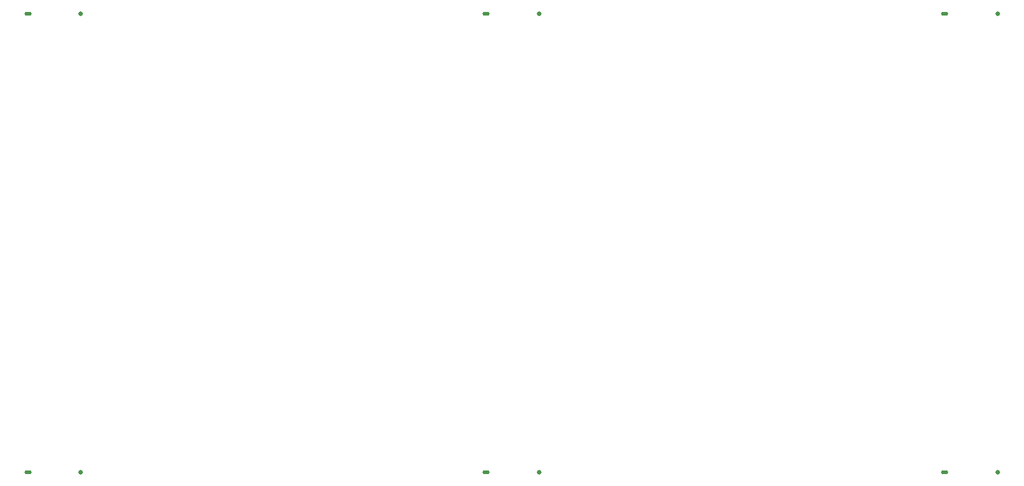
<source format=gbr>
%TF.GenerationSoftware,Altium Limited,Altium Designer,22.5.1 (42)*%
G04 Layer_Color=0*
%FSLAX26Y26*%
%MOIN*%
%TF.SameCoordinates,0DA79311-8CAD-460E-879A-7D23F4F2BAF0*%
%TF.FilePolarity,Positive*%
%TF.FileFunction,NonPlated,1,8,NPTH,Drill*%
%TF.Part,Single*%
G01*
G75*
%TA.AperFunction,ComponentDrill*%
%ADD36C,0.025984*%
%ADD37O,0.039370X0.022835*%
D36*
X1722441Y4133858D02*
D03*
X4281496D02*
D03*
X1722441Y6692913D02*
D03*
X4281496D02*
D03*
X6840551D02*
D03*
Y4133858D02*
D03*
D37*
X1427165D02*
D03*
X3986220D02*
D03*
X1427165Y6692913D02*
D03*
X3986220D02*
D03*
X6545276D02*
D03*
Y4133858D02*
D03*
%TF.MD5,a0b45d7eff738863818c693bffdd60b3*%
M02*

</source>
